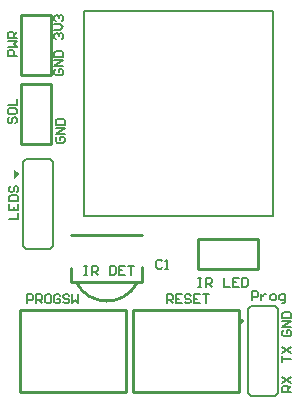
<source format=gto>
G04 Layer_Color=15132400*
%FSLAX25Y25*%
%MOIN*%
G70*
G01*
G75*
%ADD13C,0.01000*%
%ADD27C,0.00600*%
%ADD28C,0.00787*%
%ADD29C,0.00500*%
G36*
X183500Y389500D02*
X181500Y388000D01*
Y391000D01*
X183500Y389500D01*
D02*
G37*
G36*
X108500Y438500D02*
X106500Y437000D01*
Y440000D01*
X108500Y438500D01*
D02*
G37*
D13*
X127316Y402480D02*
G03*
X147593Y402309I10184J5296D01*
G01*
X146079Y393421D02*
X180528D01*
X181512D01*
Y365862D02*
Y393421D01*
X146079Y365862D02*
X181512D01*
X146079D02*
Y393421D01*
X149311Y402657D02*
Y407776D01*
X125689Y402657D02*
Y407382D01*
Y402657D02*
X149311D01*
X125689Y418406D02*
X149311D01*
X109000Y448500D02*
Y468500D01*
Y448500D02*
X119000D01*
Y468500D01*
X109000D02*
X119000D01*
X108579Y393421D02*
X143028D01*
X144012D01*
Y365862D02*
Y393421D01*
X108579Y365862D02*
X144012D01*
X108579D02*
Y393421D01*
X109000Y471500D02*
Y491500D01*
Y471500D02*
X119000D01*
Y491500D01*
X109000D02*
X119000D01*
X168000Y407000D02*
X188000D01*
Y417000D01*
X168000D02*
X188000D01*
X168000Y407000D02*
Y417000D01*
D27*
X110500Y443500D02*
X118500D01*
X109500Y414500D02*
X110500Y413500D01*
X118500D02*
X119500Y414500D01*
X110500Y413500D02*
X118500D01*
Y443500D02*
X119500Y442500D01*
Y414500D02*
Y442500D01*
X109500D02*
X110500Y443500D01*
X109500Y414500D02*
Y442500D01*
X185500Y394500D02*
X193500D01*
X184500Y365500D02*
X185500Y364500D01*
X193500D02*
X194500Y365500D01*
X185500Y364500D02*
X193500D01*
Y394500D02*
X194500Y393500D01*
Y365500D02*
Y393500D01*
X184500D02*
X185500Y394500D01*
X184500Y365500D02*
Y393500D01*
D28*
X130004Y424756D02*
X161500D01*
X130004D02*
Y472000D01*
X192996D02*
Y493000D01*
X152256Y493000D02*
X192996Y493000D01*
Y424756D02*
Y472000D01*
X161500Y424756D02*
X192996D01*
X130004Y493000D02*
X152256D01*
X130004Y472000D02*
Y493000D01*
D29*
X157500Y395500D02*
Y398499D01*
X159000D01*
X159499Y397999D01*
Y397000D01*
X159000Y396500D01*
X157500D01*
X158500D02*
X159499Y395500D01*
X162498Y398499D02*
X160499D01*
Y395500D01*
X162498D01*
X160499Y397000D02*
X161499D01*
X165497Y397999D02*
X164998Y398499D01*
X163998D01*
X163498Y397999D01*
Y397499D01*
X163998Y397000D01*
X164998D01*
X165497Y396500D01*
Y396000D01*
X164998Y395500D01*
X163998D01*
X163498Y396000D01*
X168496Y398499D02*
X166497D01*
Y395500D01*
X168496D01*
X166497Y397000D02*
X167497D01*
X169496Y398499D02*
X171495D01*
X170496D01*
Y395500D01*
X111000D02*
Y398499D01*
X112499D01*
X112999Y397999D01*
Y397000D01*
X112499Y396500D01*
X111000D01*
X113999Y395500D02*
Y398499D01*
X115499D01*
X115998Y397999D01*
Y397000D01*
X115499Y396500D01*
X113999D01*
X114999D02*
X115998Y395500D01*
X118498Y398499D02*
X117498D01*
X116998Y397999D01*
Y396000D01*
X117498Y395500D01*
X118498D01*
X118997Y396000D01*
Y397999D01*
X118498Y398499D01*
X121996Y397999D02*
X121497Y398499D01*
X120497D01*
X119997Y397999D01*
Y396000D01*
X120497Y395500D01*
X121497D01*
X121996Y396000D01*
Y397000D01*
X120997D01*
X124996Y397999D02*
X124496Y398499D01*
X123496D01*
X122996Y397999D01*
Y397499D01*
X123496Y397000D01*
X124496D01*
X124996Y396500D01*
Y396000D01*
X124496Y395500D01*
X123496D01*
X122996Y396000D01*
X125995Y398499D02*
Y395500D01*
X126995Y396500D01*
X127995Y395500D01*
Y398499D01*
X105001Y457499D02*
X104501Y456999D01*
Y456000D01*
X105001Y455500D01*
X105501D01*
X106000Y456000D01*
Y456999D01*
X106500Y457499D01*
X107000D01*
X107500Y456999D01*
Y456000D01*
X107000Y455500D01*
X104501Y459999D02*
Y458999D01*
X105001Y458499D01*
X107000D01*
X107500Y458999D01*
Y459999D01*
X107000Y460498D01*
X105001D01*
X104501Y459999D01*
Y461498D02*
X107500D01*
Y463497D01*
X168000Y403999D02*
X169000D01*
X168500D01*
Y401000D01*
X168000D01*
X169000D01*
X170499D02*
Y403999D01*
X171999D01*
X172499Y403499D01*
Y402499D01*
X171999Y402000D01*
X170499D01*
X171499D02*
X172499Y401000D01*
X176497Y403999D02*
Y401000D01*
X178497D01*
X181496Y403999D02*
X179496D01*
Y401000D01*
X181496D01*
X179496Y402499D02*
X180496D01*
X182495Y403999D02*
Y401000D01*
X183995D01*
X184495Y401500D01*
Y403499D01*
X183995Y403999D01*
X182495D01*
X107500Y478000D02*
X104501D01*
Y479499D01*
X105001Y479999D01*
X106000D01*
X106500Y479499D01*
Y478000D01*
X104501Y480999D02*
X107500D01*
X106500Y481999D01*
X107500Y482998D01*
X104501D01*
X107500Y483998D02*
X104501D01*
Y485498D01*
X105001Y485997D01*
X106000D01*
X106500Y485498D01*
Y483998D01*
Y484998D02*
X107500Y485997D01*
X105001Y423500D02*
X108000D01*
Y425499D01*
X105001Y428498D02*
Y426499D01*
X108000D01*
Y428498D01*
X106500Y426499D02*
Y427499D01*
X105001Y429498D02*
X108000D01*
Y430998D01*
X107500Y431497D01*
X105501D01*
X105001Y430998D01*
Y429498D01*
X105501Y434496D02*
X105001Y433997D01*
Y432997D01*
X105501Y432497D01*
X106001D01*
X106500Y432997D01*
Y433997D01*
X107000Y434496D01*
X107500D01*
X108000Y433997D01*
Y432997D01*
X107500Y432497D01*
X186000Y396500D02*
Y399499D01*
X187499D01*
X187999Y398999D01*
Y398000D01*
X187499Y397500D01*
X186000D01*
X188999Y398499D02*
Y396500D01*
Y397500D01*
X189499Y398000D01*
X189999Y398499D01*
X190499D01*
X192498Y396500D02*
X193498D01*
X193997Y397000D01*
Y398000D01*
X193498Y398499D01*
X192498D01*
X191998Y398000D01*
Y397000D01*
X192498Y396500D01*
X195997Y395500D02*
X196497D01*
X196996Y396000D01*
Y398499D01*
X195497D01*
X194997Y398000D01*
Y397000D01*
X195497Y396500D01*
X196996D01*
X155999Y409499D02*
X155499Y409999D01*
X154500D01*
X154000Y409499D01*
Y407500D01*
X154500Y407000D01*
X155499D01*
X155999Y407500D01*
X156999Y407000D02*
X157999D01*
X157499D01*
Y409999D01*
X156999Y409499D01*
X130000Y407999D02*
X131000D01*
X130500D01*
Y405000D01*
X130000D01*
X131000D01*
X132499D02*
Y407999D01*
X133999D01*
X134499Y407499D01*
Y406499D01*
X133999Y406000D01*
X132499D01*
X133499D02*
X134499Y405000D01*
X138497Y407999D02*
Y405000D01*
X139997D01*
X140497Y405500D01*
Y407499D01*
X139997Y407999D01*
X138497D01*
X143496D02*
X141496D01*
Y405000D01*
X143496D01*
X141496Y406499D02*
X142496D01*
X144495Y407999D02*
X146495D01*
X145495D01*
Y405000D01*
X121001Y450999D02*
X120501Y450499D01*
Y449500D01*
X121001Y449000D01*
X123000D01*
X123500Y449500D01*
Y450499D01*
X123000Y450999D01*
X122001D01*
Y450000D01*
X123500Y451999D02*
X120501D01*
X123500Y453998D01*
X120501D01*
Y454998D02*
X123500D01*
Y456498D01*
X123000Y456997D01*
X121001D01*
X120501Y456498D01*
Y454998D01*
X120501Y473499D02*
X120001Y472999D01*
Y472000D01*
X120501Y471500D01*
X122500D01*
X123000Y472000D01*
Y472999D01*
X122500Y473499D01*
X121501D01*
Y472500D01*
X123000Y474499D02*
X120001D01*
X123000Y476498D01*
X120001D01*
Y477498D02*
X123000D01*
Y478998D01*
X122500Y479497D01*
X120501D01*
X120001Y478998D01*
Y477498D01*
X120501Y483500D02*
X120001Y484000D01*
Y485000D01*
X120501Y485499D01*
X121001D01*
X121501Y485000D01*
Y484500D01*
Y485000D01*
X122000Y485499D01*
X122500D01*
X123000Y485000D01*
Y484000D01*
X122500Y483500D01*
X120001Y486499D02*
X122000D01*
X123000Y487499D01*
X122000Y488498D01*
X120001D01*
X120501Y489498D02*
X120001Y489998D01*
Y490998D01*
X120501Y491497D01*
X121001D01*
X121501Y490998D01*
Y490498D01*
Y490998D01*
X122000Y491497D01*
X122500D01*
X123000Y490998D01*
Y489998D01*
X122500Y489498D01*
X196001Y376000D02*
Y377999D01*
Y377000D01*
X199000D01*
X196001Y378999D02*
X199000Y380998D01*
X196001D02*
X199000Y378999D01*
X196501Y386499D02*
X196001Y385999D01*
Y385000D01*
X196501Y384500D01*
X198500D01*
X199000Y385000D01*
Y385999D01*
X198500Y386499D01*
X197501D01*
Y385500D01*
X199000Y387499D02*
X196001D01*
X199000Y389498D01*
X196001D01*
Y390498D02*
X199000D01*
Y391998D01*
X198500Y392497D01*
X196501D01*
X196001Y391998D01*
Y390498D01*
X199000Y366000D02*
X196001D01*
Y367499D01*
X196501Y367999D01*
X197501D01*
X198000Y367499D01*
Y366000D01*
Y367000D02*
X199000Y367999D01*
X196001Y368999D02*
X199000Y370998D01*
X196001D02*
X199000Y368999D01*
M02*

</source>
